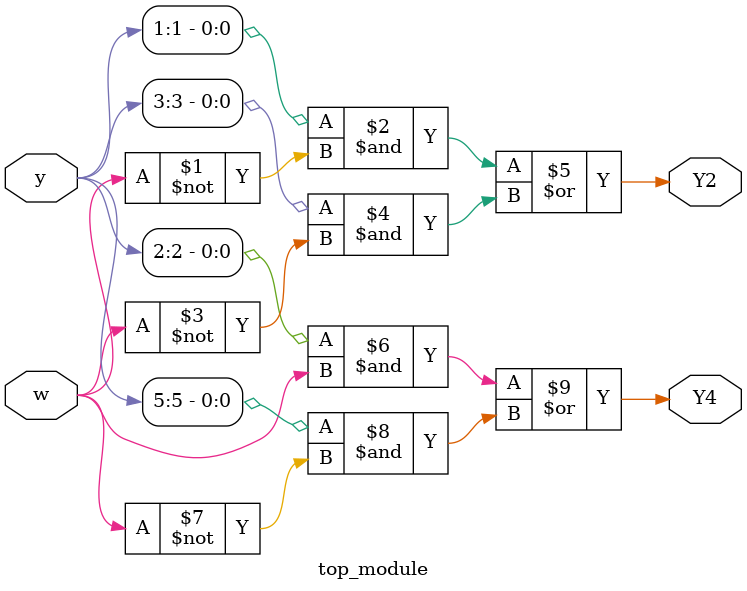
<source format=sv>
module top_module (
    input [6:1] y,
    input w,
    output Y2,
    output Y4
);

// Next-state logic for y[2] (state B and state C)
assign Y2 = (y[1] & ~w) | (y[3] & ~w);

// Next-state logic for y[4] (state D and state E)
assign Y4 = (y[2] & w) | (y[5] & ~w);

endmodule

</source>
